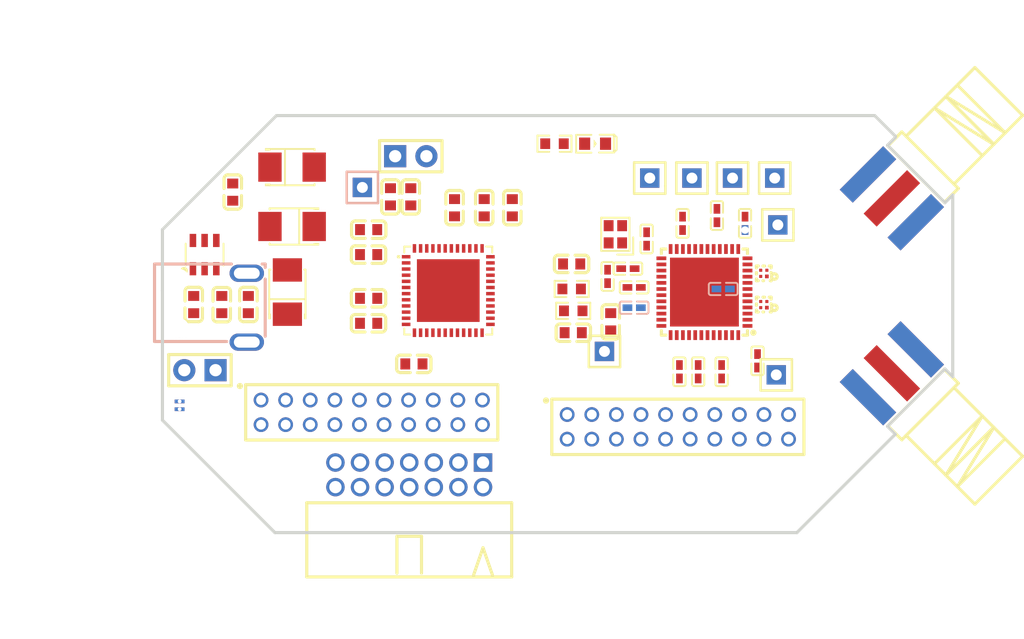
<source format=kicad_pcb>
(kicad_pcb (version 20221018) (generator pcbnew)
  (layers (0 "F.Cu" signal) (31 "B.Cu" signal) (34 "B.Paste" user) (35 "F.Paste" user) (36 "B.SilkS" user "B.Silkscreen") (37 "F.SilkS" user "F.Silkscreen") (38 "B.Mask" user) (39 "F.Mask" user) (44 "Edge.Cuts" user))
  (net 0 "")
  (footprint "AutoGenerated:Pad_0.30mm" (layer "F.Cu") (at 34.671 51.308)
    (fp_text reference "" (at 0 0) (layer "F.SilkS") (effects (font (size 1.27 1.27))))
    (fp_text value "" (at 0 0) (layer "F.SilkS") (effects (font (size 1.27 1.27))))
    (pad "49" thru_hole rect (at 0 0 90) (size 0.3 0.8) (drill 0.61) (layers "*.Cu" "*.Paste" "*.Mask"))
  )
  (footprint "easyeda:HDR-M-2.54_1X1" (layer "F.Cu") (at 83.058 33.147)
    (fp_text reference "J5" hide)
    (fp_text value "HDR-M-2.54_1x1" hide)
    (pad "1" thru_hole rect (at 0 0 270) (size 1.575 1.575) (drill 0.889) (layers "*.Cu" "*.Paste" "*.Mask"))
  )
  (footprint "easyeda:C0603" (layer "F.Cu") (at 53.721 48.26)
    (fp_text reference "C31" hide)
    (fp_text value "2.2uF" hide)
    (pad "1" smd rect (at -0.7 0) (size 0.8 0.9) (layers "F.Cu" "F.Paste" "F.Mask"))
    (pad "2" smd rect (at 0.7 0) (size 0.8 0.9) (layers "F.Cu" "F.Paste" "F.Mask"))
  )
  (footprint "easyeda:C0402" (layer "F.Cu") (at 78.359 36.195 90)
    (fp_text reference "C7" hide)
    (fp_text value "100pF" hide)
    (pad "1" smd rect (at -0.545 0 90) (size 0.79 0.54) (layers "F.Cu" "F.Paste" "F.Mask"))
    (pad "2" smd rect (at 0.545 0 90) (size 0.79 0.54) (layers "F.Cu" "F.Paste" "F.Mask"))
  )
  (footprint "easyeda:RF-SMA-SMD_HX-SMA-P-9631" (layer "F.Cu") (at 92.583 49.022 45)
    (fp_text reference "ANT_SMA1" hide)
    (fp_text value "HX-SMA-P-9631" hide)
    (fp_line (start -3.3 2.8) (end 3.3 2.8) (stroke (width 0.254)) (layer "Edge.Cuts"))
    (fp_line (start -3.3 3.7) (end -3.3 2.8) (stroke (width 0.254)) (layer "Edge.Cuts"))
    (fp_line (start 3.3 2.8) (end 3.3 3.7) (stroke (width 0.254)) (layer "Edge.Cuts"))
    (pad "1" smd rect (at -2.75 0 45) (size 1.5 5) (layers "F.Cu" "F.Paste" "F.Mask"))
    (pad "2" smd rect (at 2.75 0 45) (size 1.5 5) (layers "F.Cu" "F.Paste" "F.Mask"))
    (pad "3" smd rect (at -2.75 0 45) (size 1.5 5) (layers "B.Cu" "B.Paste" "B.Mask"))
    (pad "4" smd rect (at 2.75 0 45) (size 1.5 5) (layers "B.Cu" "B.Paste" "B.Mask"))
    (pad "5" smd rect (at 0 0 45) (size 1.5 5) (layers "F.Cu" "F.Paste" "F.Mask"))
  )
  (footprint "easyeda:R0603" (layer "F.Cu") (at 66.548 42.164 180)
    (fp_text reference "R1" hide)
    (fp_text value "1.2k" hide)
    (pad "1" smd rect (at -0.753 0 180) (size 0.806 0.864) (layers "F.Cu" "F.Paste" "F.Mask"))
    (pad "2" smd rect (at 0.753 0 180) (size 0.806 0.864) (layers "F.Cu" "F.Paste" "F.Mask"))
  )
  (footprint "easyeda:TQFN-48_L7.0-W7.0-P0.50-TL-EP5.6" (layer "F.Cu") (at 77.343 42.418 180)
    (fp_text reference "U5" hide)
    (fp_text value "-" hide)
    (pad "1" smd rect (at -3.5 -2.751 90) (size 0.3 0.8) (layers "F.Cu" "F.Paste" "F.Mask"))
    (pad "2" smd rect (at -3.5 -2.25 90) (size 0.3 0.8) (layers "F.Cu" "F.Paste" "F.Mask"))
    (pad "3" smd rect (at -3.5 -1.75 90) (size 0.3 0.8) (layers "F.Cu" "F.Paste" "F.Mask"))
    (pad "4" smd rect (at -3.5 -1.251 90) (size 0.3 0.8) (layers "F.Cu" "F.Paste" "F.Mask"))
    (pad "5" smd rect (at -3.5 -0.751 90) (size 0.3 0.8) (layers "F.Cu" "F.Paste" "F.Mask"))
    (pad "6" smd rect (at -3.5 -0.251 90) (size 0.3 0.8) (layers "F.Cu" "F.Paste" "F.Mask"))
    (pad "7" smd rect (at -3.5 0.249 90) (size 0.3 0.8) (layers "F.Cu" "F.Paste" "F.Mask"))
    (pad "8" smd rect (at -3.5 0.749 90) (size 0.3 0.8) (layers "F.Cu" "F.Paste" "F.Mask"))
    (pad "9" smd rect (at -3.5 1.25 90) (size 0.3 0.8) (layers "F.Cu" "F.Paste" "F.Mask"))
    (pad "10" smd rect (at -3.5 1.75 90) (size 0.3 0.8) (layers "F.Cu" "F.Paste" "F.Mask"))
    (pad "11" smd rect (at -3.5 2.249 90) (size 0.3 0.8) (layers "F.Cu" "F.Paste" "F.Mask"))
    (pad "12" smd rect (at -3.5 2.748 90) (size 0.3 0.8) (layers "F.Cu" "F.Paste" "F.Mask"))
    (pad "13" smd rect (at -2.751 3.5) (size 0.3 0.8) (layers "F.Cu" "F.Paste" "F.Mask"))
    (pad "14" smd rect (at -2.251 3.5) (size 0.3 0.8) (layers "F.Cu" "F.Paste" "F.Mask"))
    (pad "15" smd rect (at -1.75 3.5) (size 0.3 0.8) (layers "F.Cu" "F.Paste" "F.Mask"))
    (pad "16" smd rect (at -1.25 3.5) (size 0.3 0.8) (layers "F.Cu" "F.Paste" "F.Mask"))
    (pad "17" smd rect (at -0.75 3.5) (size 0.3 0.8) (layers "F.Cu" "F.Paste" "F.Mask"))
    (pad "18" smd rect (at -0.25 3.5) (size 0.3 0.8) (layers "F.Cu" "F.Paste" "F.Mask"))
    (pad "19" smd rect (at 0.249 3.5) (size 0.3 0.8) (layers "F.Cu" "F.Paste" "F.Mask"))
    (pad "20" smd rect (at 0.75 3.5) (size 0.3 0.8) (layers "F.Cu" "F.Paste" "F.Mask"))
    (pad "21" smd rect (at 1.25 3.5) (size 0.3 0.8) (layers "F.Cu" "F.Paste" "F.Mask"))
    (pad "22" smd rect (at 1.75 3.5) (size 0.3 0.8) (layers "F.Cu" "F.Paste" "F.Mask"))
    (pad "23" smd rect (at 2.251 3.5) (size 0.3 0.8) (layers "F.Cu" "F.Paste" "F.Mask"))
    (pad "24" smd rect (at 2.751 3.5) (size 0.3 0.8) (layers "F.Cu" "F.Paste" "F.Mask"))
    (pad "25" smd rect (at 3.5 2.748 90) (size 0.3 0.8) (layers "F.Cu" "F.Paste" "F.Mask"))
    (pad "26" smd rect (at 3.5 2.249 90) (size 0.3 0.8) (layers "F.Cu" "F.Paste" "F.Mask"))
    (pad "27" smd rect (at 3.5 1.75 90) (size 0.3 0.8) (layers "F.Cu" "F.Paste" "F.Mask"))
    (pad "28" smd rect (at 3.5 1.25 90) (size 0.3 0.8) (layers "F.Cu" "F.Paste" "F.Mask"))
    (pad "29" smd rect (at 3.5 0.749 90) (size 0.3 0.8) (layers "F.Cu" "F.Paste" "F.Mask"))
    (pad "30" smd rect (at 3.5 0.249 90) (size 0.3 0.8) (layers "F.Cu" "F.Paste" "F.Mask"))
    (pad "31" smd rect (at 3.5 -0.251 90) (size 0.3 0.8) (layers "F.Cu" "F.Paste" "F.Mask"))
    (pad "32" smd rect (at 3.5 -0.751 90) (size 0.3 0.8) (layers "F.Cu" "F.Paste" "F.Mask"))
    (pad "33" smd rect (at 3.5 -1.251 90) (size 0.3 0.8) (layers "F.Cu" "F.Paste" "F.Mask"))
    (pad "34" smd rect (at 3.5 -1.75 90) (size 0.3 0.8) (layers "F.Cu" "F.Paste" "F.Mask"))
    (pad "35" smd rect (at 3.5 -2.25 90) (size 0.3 0.8) (layers "F.Cu" "F.Paste" "F.Mask"))
    (pad "36" smd rect (at 3.5 -2.751 90) (size 0.3 0.8) (layers "F.Cu" "F.Paste" "F.Mask"))
    (pad "37" smd rect (at 2.751 -3.5) (size 0.3 0.8) (layers "F.Cu" "F.Paste" "F.Mask"))
    (pad "38" smd rect (at 2.251 -3.5) (size 0.3 0.8) (layers "F.Cu" "F.Paste" "F.Mask"))
    (pad "39" smd rect (at 1.75 -3.5) (size 0.3 0.8) (layers "F.Cu" "F.Paste" "F.Mask"))
    (pad "40" smd rect (at 1.25 -3.5) (size 0.3 0.8) (layers "F.Cu" "F.Paste" "F.Mask"))
    (pad "41" smd rect (at 0.75 -3.5) (size 0.3 0.8) (layers "F.Cu" "F.Paste" "F.Mask"))
    (pad "42" smd rect (at 0.25 -3.5) (size 0.3 0.8) (layers "F.Cu" "F.Paste" "F.Mask"))
    (pad "43" smd rect (at -0.25 -3.5) (size 0.3 0.8) (layers "F.Cu" "F.Paste" "F.Mask"))
    (pad "44" smd rect (at -0.75 -3.5) (size 0.3 0.8) (layers "F.Cu" "F.Paste" "F.Mask"))
    (pad "45" smd rect (at -1.25 -3.5) (size 0.3 0.8) (layers "F.Cu" "F.Paste" "F.Mask"))
    (pad "46" smd rect (at -1.75 -3.5) (size 0.3 0.8) (layers "F.Cu" "F.Paste" "F.Mask"))
    (pad "47" smd rect (at -2.251 -3.5) (size 0.3 0.8) (layers "F.Cu" "F.Paste" "F.Mask"))
    (pad "48" smd rect (at -2.751 -3.5) (size 0.3 0.8) (layers "F.Cu" "F.Paste" "F.Mask"))
    (pad "49" smd rect (at 0 -0.001) (size 5.6 5.6) (layers "F.Cu" "F.Paste" "F.Mask"))
  )
  (footprint "easyeda:C0402" (layer "F.Cu") (at 69.469 41.148 -90)
    (fp_text reference "C5" hide)
    (fp_text value "18pF" hide)
    (pad "1" smd rect (at -0.545 0 270) (size 0.79 0.54) (layers "F.Cu" "F.Paste" "F.Mask"))
    (pad "2" smd rect (at 0.545 0 270) (size 0.79 0.54) (layers "F.Cu" "F.Paste" "F.Mask"))
  )
  (footprint "easyeda:C0402" (layer "F.Cu") (at 75.311 48.895 90)
    (fp_text reference "C12" hide)
    (fp_text value "0.1u" hide)
    (pad "1" smd rect (at -0.545 0 90) (size 0.79 0.54) (layers "F.Cu" "F.Paste" "F.Mask"))
    (pad "2" smd rect (at 0.545 0 90) (size 0.79 0.54) (layers "F.Cu" "F.Paste" "F.Mask"))
  )
  (footprint "easyeda:C0603" (layer "F.Cu") (at 35.814 43.434 -90)
    (fp_text reference "C14" hide)
    (fp_text value "100nF" hide)
    (pad "1" smd rect (at -0.7 0 270) (size 0.8 0.9) (layers "F.Cu" "F.Paste" "F.Mask"))
    (pad "2" smd rect (at 0.7 0 270) (size 0.8 0.9) (layers "F.Cu" "F.Paste" "F.Mask"))
  )
  (footprint "easyeda:SOT-23-6_L2.9-W1.6-P0.95-LS2.8-BL" (layer "F.Cu") (at 36.703 39.37)
    (fp_text reference "U4" hide)
    (fp_text value "MAX8882EUTJJ" hide)
    (pad "1" smd rect (at -0.95 1.149) (size 0.532 1.072) (layers "F.Cu" "F.Paste" "F.Mask"))
    (pad "2" smd rect (at 0 1.149) (size 0.532 1.072) (layers "F.Cu" "F.Paste" "F.Mask"))
    (pad "3" smd rect (at 0.95 1.149) (size 0.532 1.072) (layers "F.Cu" "F.Paste" "F.Mask"))
    (pad "4" smd rect (at 0.95 -1.149) (size 0.532 1.072) (layers "F.Cu" "F.Paste" "F.Mask"))
    (pad "5" smd rect (at 0 -1.149) (size 0.532 1.072) (layers "F.Cu" "F.Paste" "F.Mask"))
    (pad "6" smd rect (at -0.95 -1.149) (size 0.532 1.072) (layers "F.Cu" "F.Paste" "F.Mask"))
  )
  (footprint "easyeda:C0402" (layer "F.Cu") (at 80.645 36.83 -90)
    (fp_text reference "C9" hide)
    (fp_text value "0.1u" hide)
    (pad "1" smd rect (at -0.545 0 270) (size 0.79 0.54) (layers "F.Cu" "F.Paste" "F.Mask"))
    (pad "2" thru_hole rect (at 0.545 0 270) (size 0.79 0.54) (drill 0.61) (layers "*.Cu" "*.Paste" "*.Mask"))
  )
  (footprint "easyeda:C0603" (layer "F.Cu") (at 38.989 34.29 -90)
    (fp_text reference "C33" hide)
    (fp_text value "100nF" hide)
    (pad "1" smd rect (at -0.7 0 270) (size 0.8 0.9) (layers "F.Cu" "F.Paste" "F.Mask"))
    (pad "2" smd rect (at 0.7 0 270) (size 0.8 0.9) (layers "F.Cu" "F.Paste" "F.Mask"))
  )
  (footprint "easyeda:C0603" (layer "F.Cu") (at 66.675 45.72 180)
    (fp_text reference "C23" hide)
    (fp_text value "68pF" hide)
    (pad "1" smd rect (at -0.7 0 180) (size 0.8 0.9) (layers "F.Cu" "F.Paste" "F.Mask"))
    (pad "2" smd rect (at 0.7 0 180) (size 0.8 0.9) (layers "F.Cu" "F.Paste" "F.Mask"))
  )
  (footprint "easyeda:XFMR-SMD_4P-L1.1-W1.1-P0.50-BL" (layer "F.Cu") (at 82.169 40.894 90)
    (fp_text reference "ANT_BALUN2" hide)
    (fp_text value "50TO100ohm" hide)
    (pad "1" smd rect (at -0.25 0.25 90) (size 0.3 0.3) (layers "F.Cu" "F.Paste" "F.Mask"))
    (pad "2" smd rect (at 0.25 0.25 90) (size 0.25 0.25) (layers "F.Cu" "F.Paste" "F.Mask"))
    (pad "3" smd rect (at 0.25 -0.25 90) (size 0.25 0.25) (layers "F.Cu" "F.Paste" "F.Mask"))
    (pad "4" smd rect (at -0.25 -0.25 90) (size 0.25 0.25) (layers "F.Cu" "F.Paste" "F.Mask"))
  )
  (footprint "easyeda:HDR-M-2.54_1X1" (layer "F.Cu") (at 72.898 33.147)
    (fp_text reference "J7" hide)
    (fp_text value "HDR-M-2.54_1x1" hide)
    (pad "1" thru_hole rect (at 0 0 270) (size 1.575 1.575) (drill 0.889) (layers "*.Cu" "*.Paste" "*.Mask"))
  )
  (footprint "easyeda:DC-IN-TH_DC-047B-13A" (layer "F.Cu") (at 40.132 43.688 180)
    (fp_text reference "DC1" hide)
    (fp_text value "DC-047B-13A" hide)
    (pad "" np_thru_hole circle (at 5.502 -1.651) (size 1.6 1.6) (drill 1.6) (layers "F&B.Cu" "*.Mask"))
    (pad "" np_thru_hole circle (at 5.502 2.349) (size 1.6 1.6) (drill 1.6) (layers "F&B.Cu" "*.Mask"))
    (pad "1" thru_hole oval (at 0 -2.8 90) (size 1.4 2.8) (drill oval 0.9 2.1) (layers "*.Cu" "*.Paste" "*.Mask"))
    (pad "2" thru_hole oval (at 0 2.8 90) (size 1.4 2.8) (drill oval 0.9 2.1) (layers "*.Cu" "*.Paste" "*.Mask"))
  )
  (footprint "easyeda:C0603" (layer "F.Cu") (at 50.038 37.338 180)
    (fp_text reference "C19" hide)
    (fp_text value ".33uF" hide)
    (pad "1" smd rect (at -0.7 0 180) (size 0.8 0.9) (layers "F.Cu" "F.Paste" "F.Mask"))
    (pad "2" smd rect (at 0.7 0 180) (size 0.8 0.9) (layers "F.Cu" "F.Paste" "F.Mask"))
  )
  (footprint "easyeda:C0402" (layer "F.Cu") (at 72.644 38.1 90)
    (fp_text reference "C6" hide)
    (fp_text value "10uF" hide)
    (pad "1" smd rect (at -0.545 0 90) (size 0.79 0.54) (layers "F.Cu" "F.Paste" "F.Mask"))
    (pad "2" smd rect (at 0.545 0 90) (size 0.79 0.54) (layers "F.Cu" "F.Paste" "F.Mask"))
  )
  (footprint "easyeda:CAP-SMD_L3.5-W2.8-FD" (layer "F.Cu") (at 43.815 32.258)
    (fp_text reference "C17" hide)
    (fp_text value "10uF" hide)
    (pad "1" smd rect (at -1.799 0) (size 1.9 2.376) (layers "F.Cu" "F.Paste" "F.Mask"))
    (pad "2" smd rect (at 1.799 0) (size 1.9 2.376) (layers "F.Cu" "F.Paste" "F.Mask"))
  )
  (footprint "easyeda:CAP-SMD_L3.5-W2.8-FD" (layer "F.Cu") (at 43.815 37.084 180)
    (fp_text reference "C16" hide)
    (fp_text value "10uF" hide)
    (pad "1" smd rect (at -1.799 0 180) (size 1.9 2.376) (layers "F.Cu" "F.Paste" "F.Mask"))
    (pad "2" smd rect (at 1.799 0 180) (size 1.9 2.376) (layers "F.Cu" "F.Paste" "F.Mask"))
  )
  (footprint "easyeda:C0402" (layer "F.Cu") (at 71.628 42.037)
    (fp_text reference "C4" hide)
    (fp_text value "33pF" hide)
    (pad "1" smd rect (at -0.545 0) (size 0.79 0.54) (layers "F.Cu" "F.Paste" "F.Mask"))
    (pad "2" smd rect (at 0.545 0) (size 0.79 0.54) (layers "F.Cu" "F.Paste" "F.Mask"))
  )
  (footprint "easyeda:R0603" (layer "F.Cu") (at 66.675 43.942)
    (fp_text reference "R2" hide)
    (fp_text value "750pF" hide)
    (pad "1" smd rect (at -0.753 0) (size 0.806 0.864) (layers "F.Cu" "F.Paste" "F.Mask"))
    (pad "2" smd rect (at 0.753 0) (size 0.806 0.864) (layers "F.Cu" "F.Paste" "F.Mask"))
  )
  (footprint "easyeda:C0402" (layer "F.Cu") (at 78.74 48.895 90)
    (fp_text reference "C8" hide)
    (fp_text value "0.1u" hide)
    (pad "1" smd rect (at -0.545 0 90) (size 0.79 0.54) (layers "F.Cu" "F.Paste" "F.Mask"))
    (pad "2" smd rect (at 0.545 0 90) (size 0.79 0.54) (layers "F.Cu" "F.Paste" "F.Mask"))
  )
  (footprint "easyeda:HDR-M-2.54_1X1" (layer "F.Cu") (at 83.312 36.957)
    (fp_text reference "J1" hide)
    (fp_text value "HDR-M-2.54_1x1" hide)
    (pad "1" thru_hole rect (at 0 0 270) (size 1.575 1.575) (drill 0.889) (layers "*.Cu" "*.Paste" "*.Mask"))
  )
  (footprint "easyeda:HDR-M-2.54_1X1" (layer "F.Cu") (at 49.53 33.909)
    (fp_text reference "CLK1" hide)
    (fp_text value "HDR-M-2.54_1x1" hide)
    (pad "1" thru_hole rect (at 0 0 90) (size 1.575 1.575) (drill 0.889) (layers "*.Cu" "*.Paste" "*.Mask"))
  )
  (footprint "easyeda:C0603" (layer "F.Cu") (at 69.723 44.831 90)
    (fp_text reference "C21" hide)
    (fp_text value "100pF" hide)
    (pad "1" smd rect (at -0.7 0 90) (size 0.8 0.9) (layers "F.Cu" "F.Paste" "F.Mask"))
    (pad "2" smd rect (at 0.7 0 90) (size 0.8 0.9) (layers "F.Cu" "F.Paste" "F.Mask"))
  )
  (footprint "easyeda:C0603" (layer "F.Cu") (at 40.259 43.434 -90)
    (fp_text reference "C36" hide)
    (fp_text value "100nF" hide)
    (pad "1" smd rect (at -0.7 0 270) (size 0.8 0.9) (layers "F.Cu" "F.Paste" "F.Mask"))
    (pad "2" smd rect (at 0.7 0 270) (size 0.8 0.9) (layers "F.Cu" "F.Paste" "F.Mask"))
  )
  (footprint "easyeda:C0603" (layer "F.Cu") (at 38.1 43.434 90)
    (fp_text reference "C35" hide)
    (fp_text value "10nF" hide)
    (pad "1" smd rect (at -0.7 0 90) (size 0.8 0.9) (layers "F.Cu" "F.Paste" "F.Mask"))
    (pad "2" smd rect (at 0.7 0 90) (size 0.8 0.9) (layers "F.Cu" "F.Paste" "F.Mask"))
  )
  (footprint "easyeda:C0402" (layer "F.Cu") (at 76.835 48.895 90)
    (fp_text reference "C10" hide)
    (fp_text value "0.1u" hide)
    (pad "1" smd rect (at -0.545 0 90) (size 0.79 0.54) (layers "F.Cu" "F.Paste" "F.Mask"))
    (pad "2" smd rect (at 0.545 0 90) (size 0.79 0.54) (layers "F.Cu" "F.Paste" "F.Mask"))
  )
  (footprint "easyeda:HDR-M-2.54_1X1" (layer "F.Cu") (at 83.185 49.149)
    (fp_text reference "J2" hide)
    (fp_text value "HDR-M-2.54_1x1" hide)
    (pad "1" thru_hole rect (at 0 0 270) (size 1.575 1.575) (drill 0.889) (layers "*.Cu" "*.Paste" "*.Mask"))
  )
  (footprint "easyeda:CAP-SMD_L3.5-W2.8-FD" (layer "F.Cu") (at 43.434 42.418 90)
    (fp_text reference "C15" hide)
    (fp_text value "10uF" hide)
    (pad "1" smd rect (at -1.799 0 90) (size 1.9 2.376) (layers "F.Cu" "F.Paste" "F.Mask"))
    (pad "2" smd rect (at 1.799 0 90) (size 1.9 2.376) (layers "F.Cu" "F.Paste" "F.Mask"))
  )
  (footprint "easyeda:XFMR-SMD_4P-L1.1-W1.1-P0.50-BL" (layer "F.Cu") (at 82.169 43.434 90)
    (fp_text reference "ANT_BALUN1" hide)
    (fp_text value "50TO100ohm" hide)
    (pad "1" smd rect (at -0.25 0.25 90) (size 0.3 0.3) (layers "F.Cu" "F.Paste" "F.Mask"))
    (pad "2" smd rect (at 0.25 0.25 90) (size 0.25 0.25) (layers "F.Cu" "F.Paste" "F.Mask"))
    (pad "3" smd rect (at 0.25 -0.25 90) (size 0.25 0.25) (layers "F.Cu" "F.Paste" "F.Mask"))
    (pad "4" smd rect (at -0.25 -0.25 90) (size 0.25 0.25) (layers "F.Cu" "F.Paste" "F.Mask"))
  )
  (footprint "easyeda:HDR-TH_2P-P2.54-V-M-1" (layer "F.Cu") (at 53.467 31.369)
    (fp_text reference "U6" hide)
    (fp_text value "JUMPER2" hide)
    (pad "1" thru_hole rect (at -1.27 0) (size 1.8 1.8) (drill 1) (layers "*.Cu" "*.Paste" "*.Mask"))
    (pad "2" thru_hole circle (at 1.27 0) (size 1.8 1.8) (drill 1) (layers "*.Cu" "*.Paste" "*.Mask"))
  )
  (footprint "easyeda:C0603" (layer "F.Cu") (at 59.436 35.56 -90)
    (fp_text reference "C26" hide)
    (fp_text value "2.2uF" hide)
    (pad "1" smd rect (at -0.7 0 270) (size 0.8 0.9) (layers "F.Cu" "F.Paste" "F.Mask"))
    (pad "2" smd rect (at 0.7 0 270) (size 0.8 0.9) (layers "F.Cu" "F.Paste" "F.Mask"))
  )
  (footprint "easyeda:HDR-TH_2P-P2.54-V-M-1" (layer "F.Cu") (at 36.322 48.768 180)
    (fp_text reference "U7" hide)
    (fp_text value "JUMPER2" hide)
    (pad "1" thru_hole rect (at -1.27 0 180) (size 1.8 1.8) (drill 1) (layers "*.Cu" "*.Paste" "*.Mask"))
    (pad "2" thru_hole circle (at 1.27 0 180) (size 1.8 1.8) (drill 1) (layers "*.Cu" "*.Paste" "*.Mask"))
  )
  (footprint "easyeda:C0402" (layer "F.Cu") (at 81.661 48.006 90)
    (fp_text reference "C1" hide)
    (fp_text value "0.1u" hide)
    (pad "1" smd rect (at -0.545 0 90) (size 0.79 0.54) (layers "F.Cu" "F.Paste" "F.Mask"))
    (pad "2" smd rect (at 0.545 0 90) (size 0.79 0.54) (layers "F.Cu" "F.Paste" "F.Mask"))
  )
  (footprint "easyeda:C0402" (layer "F.Cu") (at 71.12 40.513 180)
    (fp_text reference "C3" hide)
    (fp_text value "1000pF" hide)
    (pad "1" smd rect (at -0.545 0 180) (size 0.79 0.54) (layers "F.Cu" "F.Paste" "F.Mask"))
    (pad "2" smd rect (at 0.545 0 180) (size 0.79 0.54) (layers "F.Cu" "F.Paste" "F.Mask"))
  )
  (footprint "easyeda:CONN-TH_2X10P-P2.00_KINGHELM_KH-2FH-2X10P-H4.3" (layer "F.Cu") (at 50.292 52.197)
    (fp_text reference "U3" hide)
    (fp_text value "2×10CH2.0" hide)
    (pad "1" thru_hole circle (at -9 -1) (size 1.2 1.2) (drill 0.8) (layers "*.Cu" "*.Paste" "*.Mask"))
    (pad "2" thru_hole circle (at -9 1) (size 1.2 1.2) (drill 0.8) (layers "*.Cu" "*.Paste" "*.Mask"))
    (pad "3" thru_hole circle (at -7 -1) (size 1.2 1.2) (drill 0.8) (layers "*.Cu" "*.Paste" "*.Mask"))
    (pad "4" thru_hole circle (at -7 1) (size 1.2 1.2) (drill 0.8) (layers "*.Cu" "*.Paste" "*.Mask"))
    (pad "5" thru_hole circle (at -5 -1) (size 1.2 1.2) (drill 0.8) (layers "*.Cu" "*.Paste" "*.Mask"))
    (pad "6" thru_hole circle (at -5 1) (size 1.2 1.2) (drill 0.8) (layers "*.Cu" "*.Paste" "*.Mask"))
    (pad "7" thru_hole circle (at -3 -1) (size 1.2 1.2) (drill 0.8) (layers "*.Cu" "*.Paste" "*.Mask"))
    (pad "8" thru_hole circle (at -3 1) (size 1.2 1.2) (drill 0.8) (layers "*.Cu" "*.Paste" "*.Mask"))
    (pad "9" thru_hole circle (at -1 -1) (size 1.2 1.2) (drill 0.8) (layers "*.Cu" "*.Paste" "*.Mask"))
    (pad "10" thru_hole circle (at -1 1) (size 1.2 1.2) (drill 0.8) (layers "*.Cu" "*.Paste" "*.Mask"))
    (pad "11" thru_hole circle (at 1 -1) (size 1.2 1.2) (drill 0.8) (layers "*.Cu" "*.Paste" "*.Mask"))
    (pad "12" thru_hole circle (at 1 1) (size 1.2 1.2) (drill 0.8) (layers "*.Cu" "*.Paste" "*.Mask"))
    (pad "13" thru_hole circle (at 3 -1) (size 1.2 1.2) (drill 0.8) (layers "*.Cu" "*.Paste" "*.Mask"))
    (pad "14" thru_hole circle (at 3 1) (size 1.2 1.2) (drill 0.8) (layers "*.Cu" "*.Paste" "*.Mask"))
    (pad "15" thru_hole circle (at 5 -1) (size 1.2 1.2) (drill 0.8) (layers "*.Cu" "*.Paste" "*.Mask"))
    (pad "16" thru_hole circle (at 5 1) (size 1.2 1.2) (drill 0.8) (layers "*.Cu" "*.Paste" "*.Mask"))
    (pad "17" thru_hole circle (at 7 -1) (size 1.2 1.2) (drill 0.8) (layers "*.Cu" "*.Paste" "*.Mask"))
    (pad "18" thru_hole circle (at 7 1) (size 1.2 1.2) (drill 0.8) (layers "*.Cu" "*.Paste" "*.Mask"))
    (pad "19" thru_hole circle (at 9 -1) (size 1.2 1.2) (drill 0.8) (layers "*.Cu" "*.Paste" "*.Mask"))
    (pad "20" thru_hole circle (at 9 1) (size 1.2 1.2) (drill 0.8) (layers "*.Cu" "*.Paste" "*.Mask"))
  )
  (footprint "easyeda:LED0603_RED" (layer "F.Cu") (at 68.453 30.353)
    (fp_text reference "LED1" hide)
    (fp_text value "LED-0603_R" hide)
    (pad "1" smd rect (at -0.85 0 270) (size 1 0.9) (layers "F.Cu" "F.Paste" "F.Mask"))
    (pad "2" smd rect (at 0.85 0 270) (size 1 0.9) (layers "F.Cu" "F.Paste" "F.Mask"))
  )
  (footprint "easyeda:CONN-TH_A2005WR-N-2X7P-B" (layer "F.Cu") (at 53.34 57.277 180)
    (fp_text reference "SYS_CTRL" hide)
    (fp_text value "A2005WR-N-2X7P-B" hide)
    (pad "1" thru_hole rect (at -6 1 180) (size 1.5 1.5) (drill 1) (layers "*.Cu" "*.Paste" "*.Mask"))
    (pad "2" thru_hole circle (at -6 -1 180) (size 1.5 1.5) (drill 1) (layers "*.Cu" "*.Paste" "*.Mask"))
    (pad "3" thru_hole circle (at -4 1 180) (size 1.5 1.5) (drill 1) (layers "*.Cu" "*.Paste" "*.Mask"))
    (pad "4" thru_hole circle (at -4 -1 180) (size 1.5 1.5) (drill 1) (layers "*.Cu" "*.Paste" "*.Mask"))
    (pad "5" thru_hole circle (at -2 1 180) (size 1.5 1.5) (drill 1) (layers "*.Cu" "*.Paste" "*.Mask"))
    (pad "6" thru_hole circle (at -2 -1 180) (size 1.5 1.5) (drill 1) (layers "*.Cu" "*.Paste" "*.Mask"))
    (pad "7" thru_hole circle (at 0 1 180) (size 1.5 1.5) (drill 1) (layers "*.Cu" "*.Paste" "*.Mask"))
    (pad "8" thru_hole circle (at 0 -1 180) (size 1.5 1.5) (drill 1) (layers "*.Cu" "*.Paste" "*.Mask"))
    (pad "9" thru_hole circle (at 2 1 180) (size 1.5 1.5) (drill 1) (layers "*.Cu" "*.Paste" "*.Mask"))
    (pad "10" thru_hole circle (at 2 -1 180) (size 1.5 1.5) (drill 1) (layers "*.Cu" "*.Paste" "*.Mask"))
    (pad "11" thru_hole circle (at 4 1 180) (size 1.5 1.5) (drill 1) (layers "*.Cu" "*.Paste" "*.Mask"))
    (pad "12" thru_hole circle (at 4 -1 180) (size 1.5 1.5) (drill 1) (layers "*.Cu" "*.Paste" "*.Mask"))
    (pad "13" thru_hole circle (at 6 1 180) (size 1.5 1.5) (drill 1) (layers "*.Cu" "*.Paste" "*.Mask"))
    (pad "14" thru_hole circle (at 6 -1 180) (size 1.5 1.5) (drill 1) (layers "*.Cu" "*.Paste" "*.Mask"))
  )
  (footprint "easyeda:C0603" (layer "F.Cu") (at 57.023 35.56 -90)
    (fp_text reference "C27" hide)
    (fp_text value "2.2uF" hide)
    (pad "1" smd rect (at -0.7 0 270) (size 0.8 0.9) (layers "F.Cu" "F.Paste" "F.Mask"))
    (pad "2" smd rect (at 0.7 0 270) (size 0.8 0.9) (layers "F.Cu" "F.Paste" "F.Mask"))
  )
  (footprint "easyeda:C0402" (layer "F.Cu") (at 75.565 36.83 -90)
    (fp_text reference "C11" hide)
    (fp_text value "0.1u" hide)
    (pad "1" smd rect (at -0.545 0 270) (size 0.79 0.54) (layers "F.Cu" "F.Paste" "F.Mask"))
    (pad "2" smd rect (at 0.545 0 270) (size 0.79 0.54) (layers "F.Cu" "F.Paste" "F.Mask"))
  )
  (footprint "AutoGenerated:Pad_0.30mm" (layer "F.Cu") (at 34.671 51.943)
    (fp_text reference "" (at 0 0) (layer "F.SilkS") (effects (font (size 1.27 1.27))))
    (fp_text value "" (at 0 0) (layer "F.SilkS") (effects (font (size 1.27 1.27))))
    (pad "50" thru_hole rect (at 0 0 90) (size 0.3 0.8) (drill 0.61) (layers "*.Cu" "*.Paste" "*.Mask"))
  )
  (footprint "easyeda:C0603" (layer "F.Cu") (at 51.816 34.671 90)
    (fp_text reference "C20" hide)
    (fp_text value ".33uF" hide)
    (pad "1" smd rect (at -0.7 0 90) (size 0.8 0.9) (layers "F.Cu" "F.Paste" "F.Mask"))
    (pad "2" smd rect (at 0.7 0 90) (size 0.8 0.9) (layers "F.Cu" "F.Paste" "F.Mask"))
  )
  (footprint "easyeda:C0603" (layer "F.Cu") (at 66.548 40.132)
    (fp_text reference "C22" hide)
    (fp_text value "2200pF" hide)
    (pad "1" smd rect (at -0.7 0) (size 0.8 0.9) (layers "F.Cu" "F.Paste" "F.Mask"))
    (pad "2" smd rect (at 0.7 0) (size 0.8 0.9) (layers "F.Cu" "F.Paste" "F.Mask"))
  )
  (footprint "easyeda:CRYSTAL-SMD_4P-L2.0-W1.6-BL" (layer "F.Cu") (at 70.104 37.719 90)
    (fp_text reference "X3" hide)
    (fp_text value "40MHz" hide)
    (pad "1" smd rect (at -0.7 0.55 90) (size 0.9 0.8) (layers "F.Cu" "F.Paste" "F.Mask"))
    (pad "2" smd rect (at 0.7 0.55 90) (size 0.9 0.8) (layers "F.Cu" "F.Paste" "F.Mask"))
    (pad "3" smd rect (at 0.7 -0.55 90) (size 0.9 0.8) (layers "F.Cu" "F.Paste" "F.Mask"))
    (pad "4" smd rect (at -0.7 -0.55 90) (size 0.9 0.8) (layers "F.Cu" "F.Paste" "F.Mask"))
  )
  (footprint "easyeda:C0402" (layer "F.Cu") (at 78.867 42.164 180)
    (fp_text reference "C13" hide)
    (fp_text value "0.1u" hide)
    (pad "1" smd rect (at 0.545 0 180) (size 0.79 0.54) (layers "B.Cu" "B.Paste" "B.Mask"))
    (pad "2" smd rect (at -0.545 0 180) (size 0.79 0.54) (layers "B.Cu" "B.Paste" "B.Mask"))
  )
  (footprint "easyeda:C0603" (layer "F.Cu") (at 61.722 35.56 -90)
    (fp_text reference "C29" hide)
    (fp_text value "2.2uF" hide)
    (pad "1" smd rect (at -0.7 0 270) (size 0.8 0.9) (layers "F.Cu" "F.Paste" "F.Mask"))
    (pad "2" smd rect (at 0.7 0 270) (size 0.8 0.9) (layers "F.Cu" "F.Paste" "F.Mask"))
  )
  (footprint "easyeda:C0603" (layer "F.Cu") (at 50.038 42.926)
    (fp_text reference "C39" hide)
    (fp_text value "2.2uF" hide)
    (pad "1" smd rect (at -0.7 0) (size 0.8 0.9) (layers "F.Cu" "F.Paste" "F.Mask"))
    (pad "2" smd rect (at 0.7 0) (size 0.8 0.9) (layers "F.Cu" "F.Paste" "F.Mask"))
  )
  (footprint "easyeda:C0603" (layer "F.Cu") (at 53.467 34.671 90)
    (fp_text reference "C24" hide)
    (fp_text value ".1uF" hide)
    (pad "1" smd rect (at -0.7 0 90) (size 0.8 0.9) (layers "F.Cu" "F.Paste" "F.Mask"))
    (pad "2" smd rect (at 0.7 0 90) (size 0.8 0.9) (layers "F.Cu" "F.Paste" "F.Mask"))
  )
  (footprint "easyeda:RF-SMA-SMD_HX-SMA-P-9631" (layer "F.Cu") (at 92.583 34.798 135)
    (fp_text reference "ANT_SMA2" hide)
    (fp_text value "HX-SMA-P-9631" hide)
    (fp_line (start -3.3 2.8) (end 3.3 2.8) (stroke (width 0.254)) (layer "Edge.Cuts"))
    (fp_line (start -3.3 3.7) (end -3.3 2.8) (stroke (width 0.254)) (layer "Edge.Cuts"))
    (fp_line (start 3.3 2.8) (end 3.3 3.7) (stroke (width 0.254)) (layer "Edge.Cuts"))
    (pad "1" smd rect (at -2.75 0 135) (size 1.5 5) (layers "F.Cu" "F.Paste" "F.Mask"))
    (pad "2" smd rect (at 2.75 0 135) (size 1.5 5) (layers "F.Cu" "F.Paste" "F.Mask"))
    (pad "3" smd rect (at -2.75 0 135) (size 1.5 5) (layers "B.Cu" "B.Paste" "B.Mask"))
    (pad "4" smd rect (at 2.75 0 135) (size 1.5 5) (layers "B.Cu" "B.Paste" "B.Mask"))
    (pad "5" smd rect (at 0 0 135) (size 1.5 5) (layers "F.Cu" "F.Paste" "F.Mask"))
  )
  (footprint "easyeda:QFN-48_L7.0-W7.0-P0.50-BL-EP5.1" (layer "F.Cu") (at 56.515 42.295 -90)
    (fp_text reference "U1" hide)
    (fp_text value "MAX5864ETM+" hide)
    (pad "1" smd rect (at -2.75 3.427 270) (size 0.28 0.7) (layers "F.Cu" "F.Paste" "F.Mask"))
    (pad "2" smd rect (at -2.25 3.427 270) (size 0.28 0.7) (layers "F.Cu" "F.Paste" "F.Mask"))
    (pad "3" smd rect (at -1.75 3.427 270) (size 0.28 0.7) (layers "F.Cu" "F.Paste" "F.Mask"))
    (pad "4" smd rect (at -1.25 3.427 270) (size 0.28 0.7) (layers "F.Cu" "F.Paste" "F.Mask"))
    (pad "5" smd rect (at -0.75 3.427 270) (size 0.28 0.7) (layers "F.Cu" "F.Paste" "F.Mask"))
    (pad "6" smd rect (at -0.25 3.427 270) (size 0.28 0.7) (layers "F.Cu" "F.Paste" "F.Mask"))
    (pad "7" smd rect (at 0.25 3.427 270) (size 0.28 0.7) (layers "F.Cu" "F.Paste" "F.Mask"))
    (pad "8" smd rect (at 0.75 3.427 270) (size 0.28 0.7) (layers "F.Cu" "F.Paste" "F.Mask"))
    (pad "9" smd rect (at 1.25 3.427 270) (size 0.28 0.7) (layers "F.Cu" "F.Paste" "F.Mask"))
    (pad "10" smd rect (at 1.75 3.427 270) (size 0.28 0.7) (layers "F.Cu" "F.Paste" "F.Mask"))
    (pad "11" smd rect (at 2.25 3.427 270) (size 0.28 0.7) (layers "F.Cu" "F.Paste" "F.Mask"))
    (pad "12" smd rect (at 2.75 3.427 270) (size 0.28 0.7) (layers "F.Cu" "F.Paste" "F.Mask"))
    (pad "13" smd rect (at 3.428 2.75 270) (size 0.7 0.28) (layers "F.Cu" "F.Paste" "F.Mask"))
    (pad "14" smd rect (at 3.428 2.25 270) (size 0.7 0.28) (layers "F.Cu" "F.Paste" "F.Mask"))
    (pad "15" smd rect (at 3.428 1.75 270) (size 0.7 0.28) (layers "F.Cu" "F.Paste" "F.Mask"))
    (pad "16" smd rect (at 3.428 1.25 270) (size 0.7 0.28) (layers "F.Cu" "F.Paste" "F.Mask"))
    (pad "17" smd rect (at 3.428 0.75 270) (size 0.7 0.28) (layers "F.Cu" "F.Paste" "F.Mask"))
    (pad "18" smd rect (at 3.428 0.25 270) (size 0.7 0.28) (layers "F.Cu" "F.Paste" "F.Mask"))
    (pad "19" smd rect (at 3.428 -0.25 270) (size 0.7 0.28) (layers "F.Cu" "F.Paste" "F.Mask"))
    (pad "20" smd rect (at 3.428 -0.75 270) (size 0.7 0.28) (layers "F.Cu" "F.Paste" "F.Mask"))
    (pad "21" smd rect (at 3.428 -1.25 270) (size 0.7 0.28) (layers "F.Cu" "F.Paste" "F.Mask"))
    (pad "22" smd rect (at 3.428 -1.75 270) (size 0.7 0.28) (layers "F.Cu" "F.Paste" "F.Mask"))
    (pad "23" smd rect (at 3.428 -2.25 270) (size 0.7 0.28) (layers "F.Cu" "F.Paste" "F.Mask"))
    (pad "24" smd rect (at 3.428 -2.75 270) (size 0.7 0.28) (layers "F.Cu" "F.Paste" "F.Mask"))
    (pad "25" smd rect (at 2.75 -3.427 270) (size 0.28 0.7) (layers "F.Cu" "F.Paste" "F.Mask"))
    (pad "26" smd rect (at 2.25 -3.427 270) (size 0.28 0.7) (layers "F.Cu" "F.Paste" "F.Mask"))
    (pad "27" smd rect (at 1.75 -3.427 270) (size 0.28 0.7) (layers "F.Cu" "F.Paste" "F.Mask"))
    (pad "28" smd rect (at 1.25 -3.427 270) (size 0.28 0.7) (layers "F.Cu" "F.Paste" "F.Mask"))
    (pad "29" smd rect (at 0.75 -3.427 270) (size 0.28 0.7) (layers "F.Cu" "F.Paste" "F.Mask"))
    (pad "30" smd rect (at 0.25 -3.427 270) (size 0.28 0.7) (layers "F.Cu" "F.Paste" "F.Mask"))
    (pad "31" smd rect (at -0.25 -3.427 270) (size 0.28 0.7) (layers "F.Cu" "F.Paste" "F.Mask"))
    (pad "32" smd rect (at -0.75 -3.427 270) (size 0.28 0.7) (layers "F.Cu" "F.Paste" "F.Mask"))
    (pad "33" smd rect (at -1.25 -3.427 270) (size 0.28 0.7) (layers "F.Cu" "F.Paste" "F.Mask"))
    (pad "34" smd rect (at -1.75 -3.427 270) (size 0.28 0.7) (layers "F.Cu" "F.Paste" "F.Mask"))
    (pad "35" smd rect (at -2.25 -3.427 270) (size 0.28 0.7) (layers "F.Cu" "F.Paste" "F.Mask"))
    (pad "36" smd rect (at -2.75 -3.427 270) (size 0.28 0.7) (layers "F.Cu" "F.Paste" "F.Mask"))
    (pad "37" smd rect (at -3.427 -2.75 270) (size 0.7 0.28) (layers "F.Cu" "F.Paste" "F.Mask"))
    (pad "38" smd rect (at -3.427 -2.25 270) (size 0.7 0.28) (layers "F.Cu" "F.Paste" "F.Mask"))
    (pad "39" smd rect (at -3.427 -1.75 270) (size 0.7 0.28) (layers "F.Cu" "F.Paste" "F.Mask"))
    (pad "40" smd rect (at -3.427 -1.25 270) (size 0.7 0.28) (layers "F.Cu" "F.Paste" "F.Mask"))
    (pad "41" smd rect (at -3.427 -0.75 270) (size 0.7 0.28) (layers "F.Cu" "F.Paste" "F.Mask"))
    (pad "42" smd rect (at -3.427 -0.25 270) (size 0.7 0.28) (layers "F.Cu" "F.Paste" "F.Mask"))
    (pad "43" smd rect (at -3.427 0.25 270) (size 0.7 0.28) (layers "F.Cu" "F.Paste" "F.Mask"))
    (pad "44" smd rect (at -3.427 0.75 270) (size 0.7 0.28) (layers "F.Cu" "F.Paste" "F.Mask"))
    (pad "45" smd rect (at -3.427 1.25 270) (size 0.7 0.28) (layers "F.Cu" "F.Paste" "F.Mask"))
    (pad "46" smd rect (at -3.427 1.75 270) (size 0.7 0.28) (layers "F.Cu" "F.Paste" "F.Mask"))
    (pad "47" smd rect (at -3.427 2.25 270) (size 0.7 0.28) (layers "F.Cu" "F.Paste" "F.Mask"))
    (pad "48" smd rect (at -3.427 2.75 270) (size 0.7 0.28) (layers "F.Cu" "F.Paste" "F.Mask"))
    (pad "49" smd rect (at 0 0 270) (size 5.1 5.1) (layers "F.Cu" "F.Paste" "F.Mask"))
  )
  (footprint "easyeda:CONN-TH_2X10P-P2.00_KINGHELM_KH-2FH-2X10P-H4.3" (layer "F.Cu") (at 75.184 53.376)
    (fp_text reference "U2" hide)
    (fp_text value "2×10CH2.0" hide)
    (pad "1" thru_hole circle (at -9 -1) (size 1.2 1.2) (drill 0.8) (layers "*.Cu" "*.Paste" "*.Mask"))
    (pad "2" thru_hole circle (at -9 1) (size 1.2 1.2) (drill 0.8) (layers "*.Cu" "*.Paste" "*.Mask"))
    (pad "3" thru_hole circle (at -7 -1) (size 1.2 1.2) (drill 0.8) (layers "*.Cu" "*.Paste" "*.Mask"))
    (pad "4" thru_hole circle (at -7 1) (size 1.2 1.2) (drill 0.8) (layers "*.Cu" "*.Paste" "*.Mask"))
    (pad "5" thru_hole circle (at -5 -1) (size 1.2 1.2) (drill 0.8) (layers "*.Cu" "*.Paste" "*.Mask"))
    (pad "6" thru_hole circle (at -5 1) (size 1.2 1.2) (drill 0.8) (layers "*.Cu" "*.Paste" "*.Mask"))
    (pad "7" thru_hole circle (at -3 -1) (size 1.2 1.2) (drill 0.8) (layers "*.Cu" "*.Paste" "*.Mask"))
    (pad "8" thru_hole circle (at -3 1) (size 1.2 1.2) (drill 0.8) (layers "*.Cu" "*.Paste" "*.Mask"))
    (pad "9" thru_hole circle (at -1 -1) (size 1.2 1.2) (drill 0.8) (layers "*.Cu" "*.Paste" "*.Mask"))
    (pad "10" thru_hole circle (at -1 1) (size 1.2 1.2) (drill 0.8) (layers "*.Cu" "*.Paste" "*.Mask"))
    (pad "11" thru_hole circle (at 1 -1) (size 1.2 1.2) (drill 0.8) (layers "*.Cu" "*.Paste" "*.Mask"))
    (pad "12" thru_hole circle (at 1 1) (size 1.2 1.2) (drill 0.8) (layers "*.Cu" "*.Paste" "*.Mask"))
    (pad "13" thru_hole circle (at 3 -1) (size 1.2 1.2) (drill 0.8) (layers "*.Cu" "*.Paste" "*.Mask"))
    (pad "14" thru_hole circle (at 3 1) (size 1.2 1.2) (drill 0.8) (layers "*.Cu" "*.Paste" "*.Mask"))
    (pad "15" thru_hole circle (at 5 -1) (size 1.2 1.2) (drill 0.8) (layers "*.Cu" "*.Paste" "*.Mask"))
    (pad "16" thru_hole circle (at 5 1) (size 1.2 1.2) (drill 0.8) (layers "*.Cu" "*.Paste" "*.Mask"))
    (pad "17" thru_hole circle (at 7 -1) (size 1.2 1.2) (drill 0.8) (layers "*.Cu" "*.Paste" "*.Mask"))
    (pad "18" thru_hole circle (at 7 1) (size 1.2 1.2) (drill 0.8) (layers "*.Cu" "*.Paste" "*.Mask"))
    (pad "19" thru_hole circle (at 9 -1) (size 1.2 1.2) (drill 0.8) (layers "*.Cu" "*.Paste" "*.Mask"))
    (pad "20" thru_hole circle (at 9 1) (size 1.2 1.2) (drill 0.8) (layers "*.Cu" "*.Paste" "*.Mask"))
  )
  (footprint "easyeda:HDR-M-2.54_1X1" (layer "F.Cu") (at 79.629 33.147)
    (fp_text reference "J6" hide)
    (fp_text value "HDR-M-2.54_1x1" hide)
    (pad "1" thru_hole rect (at 0 0 270) (size 1.575 1.575) (drill 0.889) (layers "*.Cu" "*.Paste" "*.Mask"))
  )
  (footprint "easyeda:C0402" (layer "F.Cu") (at 71.628 43.688)
    (fp_text reference "C2" hide)
    (fp_text value "0.1u" hide)
    (pad "1" smd rect (at 0.545 0) (size 0.79 0.54) (layers "B.Cu" "B.Paste" "B.Mask"))
    (pad "2" smd rect (at -0.545 0) (size 0.79 0.54) (layers "B.Cu" "B.Paste" "B.Mask"))
  )
  (footprint "easyeda:C0603" (layer "F.Cu") (at 50.038 44.958)
    (fp_text reference "C41" hide)
    (fp_text value "2.2uF" hide)
    (pad "1" smd rect (at -0.7 0) (size 0.8 0.9) (layers "F.Cu" "F.Paste" "F.Mask"))
    (pad "2" smd rect (at 0.7 0) (size 0.8 0.9) (layers "F.Cu" "F.Paste" "F.Mask"))
  )
  (footprint "easyeda:C0603" (layer "F.Cu") (at 50.038 39.37)
    (fp_text reference "C37" hide)
    (fp_text value "2.2uF" hide)
    (pad "1" smd rect (at -0.7 0) (size 0.8 0.9) (layers "F.Cu" "F.Paste" "F.Mask"))
    (pad "2" smd rect (at 0.7 0) (size 0.8 0.9) (layers "F.Cu" "F.Paste" "F.Mask"))
  )
  (footprint "easyeda:HDR-M-2.54_1X1" (layer "F.Cu") (at 76.327 33.147)
    (fp_text reference "J3" hide)
    (fp_text value "HDR-M-2.54_1x1" hide)
    (pad "1" thru_hole rect (at 0 0 270) (size 1.575 1.575) (drill 0.889) (layers "*.Cu" "*.Paste" "*.Mask"))
  )
  (footprint "easyeda:R0603" (layer "F.Cu") (at 65.151 30.353)
    (fp_text reference "R3" hide)
    (fp_text value "1k" hide)
    (pad "1" smd rect (at -0.753 0) (size 0.806 0.864) (layers "F.Cu" "F.Paste" "F.Mask"))
    (pad "2" smd rect (at 0.753 0) (size 0.806 0.864) (layers "F.Cu" "F.Paste" "F.Mask"))
  )
  (footprint "easyeda:HDR-M-2.54_1X1" (layer "F.Cu") (at 69.215 47.244)
    (fp_text reference "J4" hide)
    (fp_text value "HDR-M-2.54_1x1" hide)
    (pad "1" thru_hole rect (at 0 0 270) (size 1.575 1.575) (drill 0.889) (layers "*.Cu" "*.Paste" "*.Mask"))
  )
  (gr_line (start 91.186 28.067) (end 42.545 28.067) (stroke (width 0.254)) (layer "Edge.Cuts"))
  (gr_line (start 92.865 29.746) (end 91.186 28.067) (stroke (width 0.254)) (layer "Edge.Cuts"))
  (gr_line (start 97.533 49.304) (end 97.533 34.516) (stroke (width 0.254)) (layer "Edge.Cuts"))
  (gr_line (start 92.865 29.848) (end 92.865 29.746) (stroke (width 0.254)) (layer "Edge.Cuts"))
  (gr_line (start 42.545 28.067) (end 33.274 37.338) (stroke (width 0.254)) (layer "Edge.Cuts"))
  (gr_line (start 42.418 61.976) (end 84.862 61.976) (stroke (width 0.254)) (layer "Edge.Cuts"))
  (gr_line (start 33.274 52.832) (end 42.418 61.976) (stroke (width 0.254)) (layer "Edge.Cuts"))
  (gr_line (start 33.274 42.291) (end 33.274 52.832) (stroke (width 0.254)) (layer "Edge.Cuts"))
  (gr_line (start 84.862 61.976) (end 92.866 53.972) (stroke (width 0.254)) (layer "Edge.Cuts"))
  (gr_line (start 33.274 37.338) (end 33.274 42.291) (stroke (width 0.254)) (layer "Edge.Cuts"))
)
</source>
